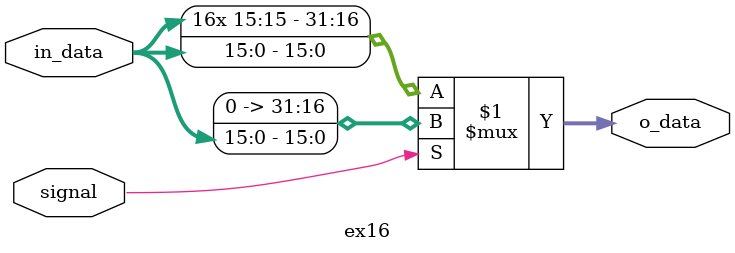
<source format=v>
module ex16 (
    input [15:0] in_data,
    input signal,
    output [31:0] o_data
    
);
// this module can support both signed extend and unsigned extend
assign o_data=signal? { {16{1'b0}},in_data}:{ {16{in_data[15]}},in_data};

endmodule //ex16
</source>
